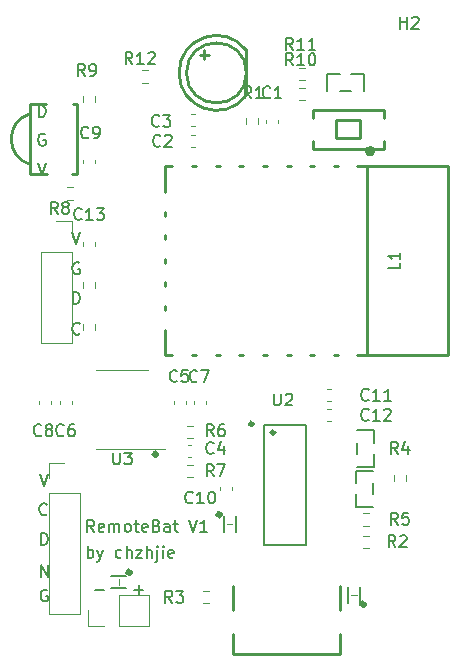
<source format=gbr>
%TF.GenerationSoftware,KiCad,Pcbnew,(6.0.0)*%
%TF.CreationDate,2022-08-07T09:38:38+08:00*%
%TF.ProjectId,ESP_Remote_Bat,4553505f-5265-46d6-9f74-655f4261742e,rev?*%
%TF.SameCoordinates,Original*%
%TF.FileFunction,Legend,Top*%
%TF.FilePolarity,Positive*%
%FSLAX46Y46*%
G04 Gerber Fmt 4.6, Leading zero omitted, Abs format (unit mm)*
G04 Created by KiCad (PCBNEW (6.0.0)) date 2022-08-07 09:38:38*
%MOMM*%
%LPD*%
G01*
G04 APERTURE LIST*
%ADD10C,0.150000*%
%ADD11C,0.400000*%
%ADD12C,0.120000*%
%ADD13C,0.250000*%
%ADD14C,0.130000*%
%ADD15C,0.100000*%
%ADD16C,0.500000*%
%ADD17C,0.300000*%
G04 APERTURE END LIST*
D10*
X116780952Y-111052380D02*
X116780952Y-110052380D01*
X116780952Y-110433333D02*
X116876190Y-110385714D01*
X117066666Y-110385714D01*
X117161904Y-110433333D01*
X117209523Y-110480952D01*
X117257142Y-110576190D01*
X117257142Y-110861904D01*
X117209523Y-110957142D01*
X117161904Y-111004761D01*
X117066666Y-111052380D01*
X116876190Y-111052380D01*
X116780952Y-111004761D01*
X117590476Y-110385714D02*
X117828571Y-111052380D01*
X118066666Y-110385714D02*
X117828571Y-111052380D01*
X117733333Y-111290476D01*
X117685714Y-111338095D01*
X117590476Y-111385714D01*
X119638095Y-111004761D02*
X119542857Y-111052380D01*
X119352380Y-111052380D01*
X119257142Y-111004761D01*
X119209523Y-110957142D01*
X119161904Y-110861904D01*
X119161904Y-110576190D01*
X119209523Y-110480952D01*
X119257142Y-110433333D01*
X119352380Y-110385714D01*
X119542857Y-110385714D01*
X119638095Y-110433333D01*
X120066666Y-111052380D02*
X120066666Y-110052380D01*
X120495238Y-111052380D02*
X120495238Y-110528571D01*
X120447619Y-110433333D01*
X120352380Y-110385714D01*
X120209523Y-110385714D01*
X120114285Y-110433333D01*
X120066666Y-110480952D01*
X120876190Y-110385714D02*
X121400000Y-110385714D01*
X120876190Y-111052380D01*
X121400000Y-111052380D01*
X121780952Y-111052380D02*
X121780952Y-110052380D01*
X122209523Y-111052380D02*
X122209523Y-110528571D01*
X122161904Y-110433333D01*
X122066666Y-110385714D01*
X121923809Y-110385714D01*
X121828571Y-110433333D01*
X121780952Y-110480952D01*
X122685714Y-110385714D02*
X122685714Y-111242857D01*
X122638095Y-111338095D01*
X122542857Y-111385714D01*
X122495238Y-111385714D01*
X122685714Y-110052380D02*
X122638095Y-110100000D01*
X122685714Y-110147619D01*
X122733333Y-110100000D01*
X122685714Y-110052380D01*
X122685714Y-110147619D01*
X123161904Y-111052380D02*
X123161904Y-110385714D01*
X123161904Y-110052380D02*
X123114285Y-110100000D01*
X123161904Y-110147619D01*
X123209523Y-110100000D01*
X123161904Y-110052380D01*
X123161904Y-110147619D01*
X124019047Y-111004761D02*
X123923809Y-111052380D01*
X123733333Y-111052380D01*
X123638095Y-111004761D01*
X123590476Y-110909523D01*
X123590476Y-110528571D01*
X123638095Y-110433333D01*
X123733333Y-110385714D01*
X123923809Y-110385714D01*
X124019047Y-110433333D01*
X124066666Y-110528571D01*
X124066666Y-110623809D01*
X123590476Y-110719047D01*
X117323809Y-108852380D02*
X116990476Y-108376190D01*
X116752380Y-108852380D02*
X116752380Y-107852380D01*
X117133333Y-107852380D01*
X117228571Y-107900000D01*
X117276190Y-107947619D01*
X117323809Y-108042857D01*
X117323809Y-108185714D01*
X117276190Y-108280952D01*
X117228571Y-108328571D01*
X117133333Y-108376190D01*
X116752380Y-108376190D01*
X118133333Y-108804761D02*
X118038095Y-108852380D01*
X117847619Y-108852380D01*
X117752380Y-108804761D01*
X117704761Y-108709523D01*
X117704761Y-108328571D01*
X117752380Y-108233333D01*
X117847619Y-108185714D01*
X118038095Y-108185714D01*
X118133333Y-108233333D01*
X118180952Y-108328571D01*
X118180952Y-108423809D01*
X117704761Y-108519047D01*
X118609523Y-108852380D02*
X118609523Y-108185714D01*
X118609523Y-108280952D02*
X118657142Y-108233333D01*
X118752380Y-108185714D01*
X118895238Y-108185714D01*
X118990476Y-108233333D01*
X119038095Y-108328571D01*
X119038095Y-108852380D01*
X119038095Y-108328571D02*
X119085714Y-108233333D01*
X119180952Y-108185714D01*
X119323809Y-108185714D01*
X119419047Y-108233333D01*
X119466666Y-108328571D01*
X119466666Y-108852380D01*
X120085714Y-108852380D02*
X119990476Y-108804761D01*
X119942857Y-108757142D01*
X119895238Y-108661904D01*
X119895238Y-108376190D01*
X119942857Y-108280952D01*
X119990476Y-108233333D01*
X120085714Y-108185714D01*
X120228571Y-108185714D01*
X120323809Y-108233333D01*
X120371428Y-108280952D01*
X120419047Y-108376190D01*
X120419047Y-108661904D01*
X120371428Y-108757142D01*
X120323809Y-108804761D01*
X120228571Y-108852380D01*
X120085714Y-108852380D01*
X120704761Y-108185714D02*
X121085714Y-108185714D01*
X120847619Y-107852380D02*
X120847619Y-108709523D01*
X120895238Y-108804761D01*
X120990476Y-108852380D01*
X121085714Y-108852380D01*
X121800000Y-108804761D02*
X121704761Y-108852380D01*
X121514285Y-108852380D01*
X121419047Y-108804761D01*
X121371428Y-108709523D01*
X121371428Y-108328571D01*
X121419047Y-108233333D01*
X121514285Y-108185714D01*
X121704761Y-108185714D01*
X121800000Y-108233333D01*
X121847619Y-108328571D01*
X121847619Y-108423809D01*
X121371428Y-108519047D01*
X122609523Y-108328571D02*
X122752380Y-108376190D01*
X122800000Y-108423809D01*
X122847619Y-108519047D01*
X122847619Y-108661904D01*
X122800000Y-108757142D01*
X122752380Y-108804761D01*
X122657142Y-108852380D01*
X122276190Y-108852380D01*
X122276190Y-107852380D01*
X122609523Y-107852380D01*
X122704761Y-107900000D01*
X122752380Y-107947619D01*
X122800000Y-108042857D01*
X122800000Y-108138095D01*
X122752380Y-108233333D01*
X122704761Y-108280952D01*
X122609523Y-108328571D01*
X122276190Y-108328571D01*
X123704761Y-108852380D02*
X123704761Y-108328571D01*
X123657142Y-108233333D01*
X123561904Y-108185714D01*
X123371428Y-108185714D01*
X123276190Y-108233333D01*
X123704761Y-108804761D02*
X123609523Y-108852380D01*
X123371428Y-108852380D01*
X123276190Y-108804761D01*
X123228571Y-108709523D01*
X123228571Y-108614285D01*
X123276190Y-108519047D01*
X123371428Y-108471428D01*
X123609523Y-108471428D01*
X123704761Y-108423809D01*
X124038095Y-108185714D02*
X124419047Y-108185714D01*
X124180952Y-107852380D02*
X124180952Y-108709523D01*
X124228571Y-108804761D01*
X124323809Y-108852380D01*
X124419047Y-108852380D01*
X125371428Y-107852380D02*
X125704761Y-108852380D01*
X126038095Y-107852380D01*
X126895238Y-108852380D02*
X126323809Y-108852380D01*
X126609523Y-108852380D02*
X126609523Y-107852380D01*
X126514285Y-107995238D01*
X126419047Y-108090476D01*
X126323809Y-108138095D01*
D11*
X140241421Y-115000000D02*
G75*
G03*
X140241421Y-115000000I-141421J0D01*
G01*
X120400000Y-112300000D02*
G75*
G03*
X120400000Y-112300000I-141421J0D01*
G01*
X128041421Y-107400000D02*
G75*
G03*
X128041421Y-107400000I-141421J0D01*
G01*
X122641421Y-102300000D02*
G75*
G03*
X122641421Y-102300000I-141421J0D01*
G01*
D10*
X112638095Y-73752380D02*
X112638095Y-72752380D01*
X112876190Y-72752380D01*
X113019047Y-72800000D01*
X113114285Y-72895238D01*
X113161904Y-72990476D01*
X113209523Y-73180952D01*
X113209523Y-73323809D01*
X113161904Y-73514285D01*
X113114285Y-73609523D01*
X113019047Y-73704761D01*
X112876190Y-73752380D01*
X112638095Y-73752380D01*
X113161904Y-75200000D02*
X113066666Y-75152380D01*
X112923809Y-75152380D01*
X112780952Y-75200000D01*
X112685714Y-75295238D01*
X112638095Y-75390476D01*
X112590476Y-75580952D01*
X112590476Y-75723809D01*
X112638095Y-75914285D01*
X112685714Y-76009523D01*
X112780952Y-76104761D01*
X112923809Y-76152380D01*
X113019047Y-76152380D01*
X113161904Y-76104761D01*
X113209523Y-76057142D01*
X113209523Y-75723809D01*
X113019047Y-75723809D01*
X112566666Y-77652380D02*
X112900000Y-78652380D01*
X113233333Y-77652380D01*
X116061904Y-86100000D02*
X115966666Y-86052380D01*
X115823809Y-86052380D01*
X115680952Y-86100000D01*
X115585714Y-86195238D01*
X115538095Y-86290476D01*
X115490476Y-86480952D01*
X115490476Y-86623809D01*
X115538095Y-86814285D01*
X115585714Y-86909523D01*
X115680952Y-87004761D01*
X115823809Y-87052380D01*
X115919047Y-87052380D01*
X116061904Y-87004761D01*
X116109523Y-86957142D01*
X116109523Y-86623809D01*
X115919047Y-86623809D01*
X116109523Y-92057142D02*
X116061904Y-92104761D01*
X115919047Y-92152380D01*
X115823809Y-92152380D01*
X115680952Y-92104761D01*
X115585714Y-92009523D01*
X115538095Y-91914285D01*
X115490476Y-91723809D01*
X115490476Y-91580952D01*
X115538095Y-91390476D01*
X115585714Y-91295238D01*
X115680952Y-91200000D01*
X115823809Y-91152380D01*
X115919047Y-91152380D01*
X116061904Y-91200000D01*
X116109523Y-91247619D01*
X115538095Y-89552380D02*
X115538095Y-88552380D01*
X115776190Y-88552380D01*
X115919047Y-88600000D01*
X116014285Y-88695238D01*
X116061904Y-88790476D01*
X116109523Y-88980952D01*
X116109523Y-89123809D01*
X116061904Y-89314285D01*
X116014285Y-89409523D01*
X115919047Y-89504761D01*
X115776190Y-89552380D01*
X115538095Y-89552380D01*
X115466666Y-83452380D02*
X115800000Y-84452380D01*
X116133333Y-83452380D01*
X117419047Y-113771428D02*
X118180952Y-113771428D01*
X120719047Y-113771428D02*
X121480952Y-113771428D01*
X121100000Y-114152380D02*
X121100000Y-113390476D01*
X113361904Y-113800000D02*
X113266666Y-113752380D01*
X113123809Y-113752380D01*
X112980952Y-113800000D01*
X112885714Y-113895238D01*
X112838095Y-113990476D01*
X112790476Y-114180952D01*
X112790476Y-114323809D01*
X112838095Y-114514285D01*
X112885714Y-114609523D01*
X112980952Y-114704761D01*
X113123809Y-114752380D01*
X113219047Y-114752380D01*
X113361904Y-114704761D01*
X113409523Y-114657142D01*
X113409523Y-114323809D01*
X113219047Y-114323809D01*
X112814285Y-112652380D02*
X112814285Y-111652380D01*
X113385714Y-112652380D01*
X113385714Y-111652380D01*
X112838095Y-109952380D02*
X112838095Y-108952380D01*
X113076190Y-108952380D01*
X113219047Y-109000000D01*
X113314285Y-109095238D01*
X113361904Y-109190476D01*
X113409523Y-109380952D01*
X113409523Y-109523809D01*
X113361904Y-109714285D01*
X113314285Y-109809523D01*
X113219047Y-109904761D01*
X113076190Y-109952380D01*
X112838095Y-109952380D01*
X113309523Y-107357142D02*
X113261904Y-107404761D01*
X113119047Y-107452380D01*
X113023809Y-107452380D01*
X112880952Y-107404761D01*
X112785714Y-107309523D01*
X112738095Y-107214285D01*
X112690476Y-107023809D01*
X112690476Y-106880952D01*
X112738095Y-106690476D01*
X112785714Y-106595238D01*
X112880952Y-106500000D01*
X113023809Y-106452380D01*
X113119047Y-106452380D01*
X113261904Y-106500000D01*
X113309523Y-106547619D01*
X112766666Y-103952380D02*
X113100000Y-104952380D01*
X113433333Y-103952380D01*
%TO.C,C5*%
X124333333Y-96057142D02*
X124285714Y-96104761D01*
X124142857Y-96152380D01*
X124047619Y-96152380D01*
X123904761Y-96104761D01*
X123809523Y-96009523D01*
X123761904Y-95914285D01*
X123714285Y-95723809D01*
X123714285Y-95580952D01*
X123761904Y-95390476D01*
X123809523Y-95295238D01*
X123904761Y-95200000D01*
X124047619Y-95152380D01*
X124142857Y-95152380D01*
X124285714Y-95200000D01*
X124333333Y-95247619D01*
X125238095Y-95152380D02*
X124761904Y-95152380D01*
X124714285Y-95628571D01*
X124761904Y-95580952D01*
X124857142Y-95533333D01*
X125095238Y-95533333D01*
X125190476Y-95580952D01*
X125238095Y-95628571D01*
X125285714Y-95723809D01*
X125285714Y-95961904D01*
X125238095Y-96057142D01*
X125190476Y-96104761D01*
X125095238Y-96152380D01*
X124857142Y-96152380D01*
X124761904Y-96104761D01*
X124714285Y-96057142D01*
%TO.C,H2*%
X143238095Y-66252380D02*
X143238095Y-65252380D01*
X143238095Y-65728571D02*
X143809523Y-65728571D01*
X143809523Y-66252380D02*
X143809523Y-65252380D01*
X144238095Y-65347619D02*
X144285714Y-65300000D01*
X144380952Y-65252380D01*
X144619047Y-65252380D01*
X144714285Y-65300000D01*
X144761904Y-65347619D01*
X144809523Y-65442857D01*
X144809523Y-65538095D01*
X144761904Y-65680952D01*
X144190476Y-66252380D01*
X144809523Y-66252380D01*
%TO.C,C13*%
X116257142Y-82357142D02*
X116209523Y-82404761D01*
X116066666Y-82452380D01*
X115971428Y-82452380D01*
X115828571Y-82404761D01*
X115733333Y-82309523D01*
X115685714Y-82214285D01*
X115638095Y-82023809D01*
X115638095Y-81880952D01*
X115685714Y-81690476D01*
X115733333Y-81595238D01*
X115828571Y-81500000D01*
X115971428Y-81452380D01*
X116066666Y-81452380D01*
X116209523Y-81500000D01*
X116257142Y-81547619D01*
X117209523Y-82452380D02*
X116638095Y-82452380D01*
X116923809Y-82452380D02*
X116923809Y-81452380D01*
X116828571Y-81595238D01*
X116733333Y-81690476D01*
X116638095Y-81738095D01*
X117542857Y-81452380D02*
X118161904Y-81452380D01*
X117828571Y-81833333D01*
X117971428Y-81833333D01*
X118066666Y-81880952D01*
X118114285Y-81928571D01*
X118161904Y-82023809D01*
X118161904Y-82261904D01*
X118114285Y-82357142D01*
X118066666Y-82404761D01*
X117971428Y-82452380D01*
X117685714Y-82452380D01*
X117590476Y-82404761D01*
X117542857Y-82357142D01*
%TO.C,C12*%
X140557142Y-99357142D02*
X140509523Y-99404761D01*
X140366666Y-99452380D01*
X140271428Y-99452380D01*
X140128571Y-99404761D01*
X140033333Y-99309523D01*
X139985714Y-99214285D01*
X139938095Y-99023809D01*
X139938095Y-98880952D01*
X139985714Y-98690476D01*
X140033333Y-98595238D01*
X140128571Y-98500000D01*
X140271428Y-98452380D01*
X140366666Y-98452380D01*
X140509523Y-98500000D01*
X140557142Y-98547619D01*
X141509523Y-99452380D02*
X140938095Y-99452380D01*
X141223809Y-99452380D02*
X141223809Y-98452380D01*
X141128571Y-98595238D01*
X141033333Y-98690476D01*
X140938095Y-98738095D01*
X141890476Y-98547619D02*
X141938095Y-98500000D01*
X142033333Y-98452380D01*
X142271428Y-98452380D01*
X142366666Y-98500000D01*
X142414285Y-98547619D01*
X142461904Y-98642857D01*
X142461904Y-98738095D01*
X142414285Y-98880952D01*
X141842857Y-99452380D01*
X142461904Y-99452380D01*
%TO.C,C11*%
X140557142Y-97657142D02*
X140509523Y-97704761D01*
X140366666Y-97752380D01*
X140271428Y-97752380D01*
X140128571Y-97704761D01*
X140033333Y-97609523D01*
X139985714Y-97514285D01*
X139938095Y-97323809D01*
X139938095Y-97180952D01*
X139985714Y-96990476D01*
X140033333Y-96895238D01*
X140128571Y-96800000D01*
X140271428Y-96752380D01*
X140366666Y-96752380D01*
X140509523Y-96800000D01*
X140557142Y-96847619D01*
X141509523Y-97752380D02*
X140938095Y-97752380D01*
X141223809Y-97752380D02*
X141223809Y-96752380D01*
X141128571Y-96895238D01*
X141033333Y-96990476D01*
X140938095Y-97038095D01*
X142461904Y-97752380D02*
X141890476Y-97752380D01*
X142176190Y-97752380D02*
X142176190Y-96752380D01*
X142080952Y-96895238D01*
X141985714Y-96990476D01*
X141890476Y-97038095D01*
%TO.C,C10*%
X125657142Y-106357142D02*
X125609523Y-106404761D01*
X125466666Y-106452380D01*
X125371428Y-106452380D01*
X125228571Y-106404761D01*
X125133333Y-106309523D01*
X125085714Y-106214285D01*
X125038095Y-106023809D01*
X125038095Y-105880952D01*
X125085714Y-105690476D01*
X125133333Y-105595238D01*
X125228571Y-105500000D01*
X125371428Y-105452380D01*
X125466666Y-105452380D01*
X125609523Y-105500000D01*
X125657142Y-105547619D01*
X126609523Y-106452380D02*
X126038095Y-106452380D01*
X126323809Y-106452380D02*
X126323809Y-105452380D01*
X126228571Y-105595238D01*
X126133333Y-105690476D01*
X126038095Y-105738095D01*
X127228571Y-105452380D02*
X127323809Y-105452380D01*
X127419047Y-105500000D01*
X127466666Y-105547619D01*
X127514285Y-105642857D01*
X127561904Y-105833333D01*
X127561904Y-106071428D01*
X127514285Y-106261904D01*
X127466666Y-106357142D01*
X127419047Y-106404761D01*
X127323809Y-106452380D01*
X127228571Y-106452380D01*
X127133333Y-106404761D01*
X127085714Y-106357142D01*
X127038095Y-106261904D01*
X126990476Y-106071428D01*
X126990476Y-105833333D01*
X127038095Y-105642857D01*
X127085714Y-105547619D01*
X127133333Y-105500000D01*
X127228571Y-105452380D01*
%TO.C,R10*%
X134157142Y-69352380D02*
X133823809Y-68876190D01*
X133585714Y-69352380D02*
X133585714Y-68352380D01*
X133966666Y-68352380D01*
X134061904Y-68400000D01*
X134109523Y-68447619D01*
X134157142Y-68542857D01*
X134157142Y-68685714D01*
X134109523Y-68780952D01*
X134061904Y-68828571D01*
X133966666Y-68876190D01*
X133585714Y-68876190D01*
X135109523Y-69352380D02*
X134538095Y-69352380D01*
X134823809Y-69352380D02*
X134823809Y-68352380D01*
X134728571Y-68495238D01*
X134633333Y-68590476D01*
X134538095Y-68638095D01*
X135728571Y-68352380D02*
X135823809Y-68352380D01*
X135919047Y-68400000D01*
X135966666Y-68447619D01*
X136014285Y-68542857D01*
X136061904Y-68733333D01*
X136061904Y-68971428D01*
X136014285Y-69161904D01*
X135966666Y-69257142D01*
X135919047Y-69304761D01*
X135823809Y-69352380D01*
X135728571Y-69352380D01*
X135633333Y-69304761D01*
X135585714Y-69257142D01*
X135538095Y-69161904D01*
X135490476Y-68971428D01*
X135490476Y-68733333D01*
X135538095Y-68542857D01*
X135585714Y-68447619D01*
X135633333Y-68400000D01*
X135728571Y-68352380D01*
%TO.C,C8*%
X112833333Y-100657142D02*
X112785714Y-100704761D01*
X112642857Y-100752380D01*
X112547619Y-100752380D01*
X112404761Y-100704761D01*
X112309523Y-100609523D01*
X112261904Y-100514285D01*
X112214285Y-100323809D01*
X112214285Y-100180952D01*
X112261904Y-99990476D01*
X112309523Y-99895238D01*
X112404761Y-99800000D01*
X112547619Y-99752380D01*
X112642857Y-99752380D01*
X112785714Y-99800000D01*
X112833333Y-99847619D01*
X113404761Y-100180952D02*
X113309523Y-100133333D01*
X113261904Y-100085714D01*
X113214285Y-99990476D01*
X113214285Y-99942857D01*
X113261904Y-99847619D01*
X113309523Y-99800000D01*
X113404761Y-99752380D01*
X113595238Y-99752380D01*
X113690476Y-99800000D01*
X113738095Y-99847619D01*
X113785714Y-99942857D01*
X113785714Y-99990476D01*
X113738095Y-100085714D01*
X113690476Y-100133333D01*
X113595238Y-100180952D01*
X113404761Y-100180952D01*
X113309523Y-100228571D01*
X113261904Y-100276190D01*
X113214285Y-100371428D01*
X113214285Y-100561904D01*
X113261904Y-100657142D01*
X113309523Y-100704761D01*
X113404761Y-100752380D01*
X113595238Y-100752380D01*
X113690476Y-100704761D01*
X113738095Y-100657142D01*
X113785714Y-100561904D01*
X113785714Y-100371428D01*
X113738095Y-100276190D01*
X113690476Y-100228571D01*
X113595238Y-100180952D01*
%TO.C,C4*%
X127433333Y-102157142D02*
X127385714Y-102204761D01*
X127242857Y-102252380D01*
X127147619Y-102252380D01*
X127004761Y-102204761D01*
X126909523Y-102109523D01*
X126861904Y-102014285D01*
X126814285Y-101823809D01*
X126814285Y-101680952D01*
X126861904Y-101490476D01*
X126909523Y-101395238D01*
X127004761Y-101300000D01*
X127147619Y-101252380D01*
X127242857Y-101252380D01*
X127385714Y-101300000D01*
X127433333Y-101347619D01*
X128290476Y-101585714D02*
X128290476Y-102252380D01*
X128052380Y-101204761D02*
X127814285Y-101919047D01*
X128433333Y-101919047D01*
%TO.C,R2*%
X142833333Y-110152380D02*
X142500000Y-109676190D01*
X142261904Y-110152380D02*
X142261904Y-109152380D01*
X142642857Y-109152380D01*
X142738095Y-109200000D01*
X142785714Y-109247619D01*
X142833333Y-109342857D01*
X142833333Y-109485714D01*
X142785714Y-109580952D01*
X142738095Y-109628571D01*
X142642857Y-109676190D01*
X142261904Y-109676190D01*
X143214285Y-109247619D02*
X143261904Y-109200000D01*
X143357142Y-109152380D01*
X143595238Y-109152380D01*
X143690476Y-109200000D01*
X143738095Y-109247619D01*
X143785714Y-109342857D01*
X143785714Y-109438095D01*
X143738095Y-109580952D01*
X143166666Y-110152380D01*
X143785714Y-110152380D01*
%TO.C,R1*%
X130633333Y-72152380D02*
X130300000Y-71676190D01*
X130061904Y-72152380D02*
X130061904Y-71152380D01*
X130442857Y-71152380D01*
X130538095Y-71200000D01*
X130585714Y-71247619D01*
X130633333Y-71342857D01*
X130633333Y-71485714D01*
X130585714Y-71580952D01*
X130538095Y-71628571D01*
X130442857Y-71676190D01*
X130061904Y-71676190D01*
X131585714Y-72152380D02*
X131014285Y-72152380D01*
X131300000Y-72152380D02*
X131300000Y-71152380D01*
X131204761Y-71295238D01*
X131109523Y-71390476D01*
X131014285Y-71438095D01*
%TO.C,R12*%
X120557142Y-69252380D02*
X120223809Y-68776190D01*
X119985714Y-69252380D02*
X119985714Y-68252380D01*
X120366666Y-68252380D01*
X120461904Y-68300000D01*
X120509523Y-68347619D01*
X120557142Y-68442857D01*
X120557142Y-68585714D01*
X120509523Y-68680952D01*
X120461904Y-68728571D01*
X120366666Y-68776190D01*
X119985714Y-68776190D01*
X121509523Y-69252380D02*
X120938095Y-69252380D01*
X121223809Y-69252380D02*
X121223809Y-68252380D01*
X121128571Y-68395238D01*
X121033333Y-68490476D01*
X120938095Y-68538095D01*
X121890476Y-68347619D02*
X121938095Y-68300000D01*
X122033333Y-68252380D01*
X122271428Y-68252380D01*
X122366666Y-68300000D01*
X122414285Y-68347619D01*
X122461904Y-68442857D01*
X122461904Y-68538095D01*
X122414285Y-68680952D01*
X121842857Y-69252380D01*
X122461904Y-69252380D01*
%TO.C,R5*%
X143033333Y-108252380D02*
X142700000Y-107776190D01*
X142461904Y-108252380D02*
X142461904Y-107252380D01*
X142842857Y-107252380D01*
X142938095Y-107300000D01*
X142985714Y-107347619D01*
X143033333Y-107442857D01*
X143033333Y-107585714D01*
X142985714Y-107680952D01*
X142938095Y-107728571D01*
X142842857Y-107776190D01*
X142461904Y-107776190D01*
X143938095Y-107252380D02*
X143461904Y-107252380D01*
X143414285Y-107728571D01*
X143461904Y-107680952D01*
X143557142Y-107633333D01*
X143795238Y-107633333D01*
X143890476Y-107680952D01*
X143938095Y-107728571D01*
X143985714Y-107823809D01*
X143985714Y-108061904D01*
X143938095Y-108157142D01*
X143890476Y-108204761D01*
X143795238Y-108252380D01*
X143557142Y-108252380D01*
X143461904Y-108204761D01*
X143414285Y-108157142D01*
%TO.C,C9*%
X116833333Y-75457142D02*
X116785714Y-75504761D01*
X116642857Y-75552380D01*
X116547619Y-75552380D01*
X116404761Y-75504761D01*
X116309523Y-75409523D01*
X116261904Y-75314285D01*
X116214285Y-75123809D01*
X116214285Y-74980952D01*
X116261904Y-74790476D01*
X116309523Y-74695238D01*
X116404761Y-74600000D01*
X116547619Y-74552380D01*
X116642857Y-74552380D01*
X116785714Y-74600000D01*
X116833333Y-74647619D01*
X117309523Y-75552380D02*
X117500000Y-75552380D01*
X117595238Y-75504761D01*
X117642857Y-75457142D01*
X117738095Y-75314285D01*
X117785714Y-75123809D01*
X117785714Y-74742857D01*
X117738095Y-74647619D01*
X117690476Y-74600000D01*
X117595238Y-74552380D01*
X117404761Y-74552380D01*
X117309523Y-74600000D01*
X117261904Y-74647619D01*
X117214285Y-74742857D01*
X117214285Y-74980952D01*
X117261904Y-75076190D01*
X117309523Y-75123809D01*
X117404761Y-75171428D01*
X117595238Y-75171428D01*
X117690476Y-75123809D01*
X117738095Y-75076190D01*
X117785714Y-74980952D01*
%TO.C,R6*%
X127433333Y-100752380D02*
X127100000Y-100276190D01*
X126861904Y-100752380D02*
X126861904Y-99752380D01*
X127242857Y-99752380D01*
X127338095Y-99800000D01*
X127385714Y-99847619D01*
X127433333Y-99942857D01*
X127433333Y-100085714D01*
X127385714Y-100180952D01*
X127338095Y-100228571D01*
X127242857Y-100276190D01*
X126861904Y-100276190D01*
X128290476Y-99752380D02*
X128100000Y-99752380D01*
X128004761Y-99800000D01*
X127957142Y-99847619D01*
X127861904Y-99990476D01*
X127814285Y-100180952D01*
X127814285Y-100561904D01*
X127861904Y-100657142D01*
X127909523Y-100704761D01*
X128004761Y-100752380D01*
X128195238Y-100752380D01*
X128290476Y-100704761D01*
X128338095Y-100657142D01*
X128385714Y-100561904D01*
X128385714Y-100323809D01*
X128338095Y-100228571D01*
X128290476Y-100180952D01*
X128195238Y-100133333D01*
X128004761Y-100133333D01*
X127909523Y-100180952D01*
X127861904Y-100228571D01*
X127814285Y-100323809D01*
%TO.C,C2*%
X122933333Y-76157142D02*
X122885714Y-76204761D01*
X122742857Y-76252380D01*
X122647619Y-76252380D01*
X122504761Y-76204761D01*
X122409523Y-76109523D01*
X122361904Y-76014285D01*
X122314285Y-75823809D01*
X122314285Y-75680952D01*
X122361904Y-75490476D01*
X122409523Y-75395238D01*
X122504761Y-75300000D01*
X122647619Y-75252380D01*
X122742857Y-75252380D01*
X122885714Y-75300000D01*
X122933333Y-75347619D01*
X123314285Y-75347619D02*
X123361904Y-75300000D01*
X123457142Y-75252380D01*
X123695238Y-75252380D01*
X123790476Y-75300000D01*
X123838095Y-75347619D01*
X123885714Y-75442857D01*
X123885714Y-75538095D01*
X123838095Y-75680952D01*
X123266666Y-76252380D01*
X123885714Y-76252380D01*
%TO.C,R11*%
X134157142Y-68052380D02*
X133823809Y-67576190D01*
X133585714Y-68052380D02*
X133585714Y-67052380D01*
X133966666Y-67052380D01*
X134061904Y-67100000D01*
X134109523Y-67147619D01*
X134157142Y-67242857D01*
X134157142Y-67385714D01*
X134109523Y-67480952D01*
X134061904Y-67528571D01*
X133966666Y-67576190D01*
X133585714Y-67576190D01*
X135109523Y-68052380D02*
X134538095Y-68052380D01*
X134823809Y-68052380D02*
X134823809Y-67052380D01*
X134728571Y-67195238D01*
X134633333Y-67290476D01*
X134538095Y-67338095D01*
X136061904Y-68052380D02*
X135490476Y-68052380D01*
X135776190Y-68052380D02*
X135776190Y-67052380D01*
X135680952Y-67195238D01*
X135585714Y-67290476D01*
X135490476Y-67338095D01*
%TO.C,R7*%
X127433333Y-104152380D02*
X127100000Y-103676190D01*
X126861904Y-104152380D02*
X126861904Y-103152380D01*
X127242857Y-103152380D01*
X127338095Y-103200000D01*
X127385714Y-103247619D01*
X127433333Y-103342857D01*
X127433333Y-103485714D01*
X127385714Y-103580952D01*
X127338095Y-103628571D01*
X127242857Y-103676190D01*
X126861904Y-103676190D01*
X127766666Y-103152380D02*
X128433333Y-103152380D01*
X128004761Y-104152380D01*
%TO.C,U3*%
X118938095Y-102152380D02*
X118938095Y-102961904D01*
X118985714Y-103057142D01*
X119033333Y-103104761D01*
X119128571Y-103152380D01*
X119319047Y-103152380D01*
X119414285Y-103104761D01*
X119461904Y-103057142D01*
X119509523Y-102961904D01*
X119509523Y-102152380D01*
X119890476Y-102152380D02*
X120509523Y-102152380D01*
X120176190Y-102533333D01*
X120319047Y-102533333D01*
X120414285Y-102580952D01*
X120461904Y-102628571D01*
X120509523Y-102723809D01*
X120509523Y-102961904D01*
X120461904Y-103057142D01*
X120414285Y-103104761D01*
X120319047Y-103152380D01*
X120033333Y-103152380D01*
X119938095Y-103104761D01*
X119890476Y-103057142D01*
%TO.C,C7*%
X126033333Y-96087142D02*
X125985714Y-96134761D01*
X125842857Y-96182380D01*
X125747619Y-96182380D01*
X125604761Y-96134761D01*
X125509523Y-96039523D01*
X125461904Y-95944285D01*
X125414285Y-95753809D01*
X125414285Y-95610952D01*
X125461904Y-95420476D01*
X125509523Y-95325238D01*
X125604761Y-95230000D01*
X125747619Y-95182380D01*
X125842857Y-95182380D01*
X125985714Y-95230000D01*
X126033333Y-95277619D01*
X126366666Y-95182380D02*
X127033333Y-95182380D01*
X126604761Y-96182380D01*
%TO.C,R8*%
X114233333Y-81952380D02*
X113900000Y-81476190D01*
X113661904Y-81952380D02*
X113661904Y-80952380D01*
X114042857Y-80952380D01*
X114138095Y-81000000D01*
X114185714Y-81047619D01*
X114233333Y-81142857D01*
X114233333Y-81285714D01*
X114185714Y-81380952D01*
X114138095Y-81428571D01*
X114042857Y-81476190D01*
X113661904Y-81476190D01*
X114804761Y-81380952D02*
X114709523Y-81333333D01*
X114661904Y-81285714D01*
X114614285Y-81190476D01*
X114614285Y-81142857D01*
X114661904Y-81047619D01*
X114709523Y-81000000D01*
X114804761Y-80952380D01*
X114995238Y-80952380D01*
X115090476Y-81000000D01*
X115138095Y-81047619D01*
X115185714Y-81142857D01*
X115185714Y-81190476D01*
X115138095Y-81285714D01*
X115090476Y-81333333D01*
X114995238Y-81380952D01*
X114804761Y-81380952D01*
X114709523Y-81428571D01*
X114661904Y-81476190D01*
X114614285Y-81571428D01*
X114614285Y-81761904D01*
X114661904Y-81857142D01*
X114709523Y-81904761D01*
X114804761Y-81952380D01*
X114995238Y-81952380D01*
X115090476Y-81904761D01*
X115138095Y-81857142D01*
X115185714Y-81761904D01*
X115185714Y-81571428D01*
X115138095Y-81476190D01*
X115090476Y-81428571D01*
X114995238Y-81380952D01*
%TO.C,C1*%
X132233333Y-72057142D02*
X132185714Y-72104761D01*
X132042857Y-72152380D01*
X131947619Y-72152380D01*
X131804761Y-72104761D01*
X131709523Y-72009523D01*
X131661904Y-71914285D01*
X131614285Y-71723809D01*
X131614285Y-71580952D01*
X131661904Y-71390476D01*
X131709523Y-71295238D01*
X131804761Y-71200000D01*
X131947619Y-71152380D01*
X132042857Y-71152380D01*
X132185714Y-71200000D01*
X132233333Y-71247619D01*
X133185714Y-72152380D02*
X132614285Y-72152380D01*
X132900000Y-72152380D02*
X132900000Y-71152380D01*
X132804761Y-71295238D01*
X132709523Y-71390476D01*
X132614285Y-71438095D01*
%TO.C,R3*%
X123933333Y-114852380D02*
X123600000Y-114376190D01*
X123361904Y-114852380D02*
X123361904Y-113852380D01*
X123742857Y-113852380D01*
X123838095Y-113900000D01*
X123885714Y-113947619D01*
X123933333Y-114042857D01*
X123933333Y-114185714D01*
X123885714Y-114280952D01*
X123838095Y-114328571D01*
X123742857Y-114376190D01*
X123361904Y-114376190D01*
X124266666Y-113852380D02*
X124885714Y-113852380D01*
X124552380Y-114233333D01*
X124695238Y-114233333D01*
X124790476Y-114280952D01*
X124838095Y-114328571D01*
X124885714Y-114423809D01*
X124885714Y-114661904D01*
X124838095Y-114757142D01*
X124790476Y-114804761D01*
X124695238Y-114852380D01*
X124409523Y-114852380D01*
X124314285Y-114804761D01*
X124266666Y-114757142D01*
%TO.C,R9*%
X116533333Y-70252380D02*
X116200000Y-69776190D01*
X115961904Y-70252380D02*
X115961904Y-69252380D01*
X116342857Y-69252380D01*
X116438095Y-69300000D01*
X116485714Y-69347619D01*
X116533333Y-69442857D01*
X116533333Y-69585714D01*
X116485714Y-69680952D01*
X116438095Y-69728571D01*
X116342857Y-69776190D01*
X115961904Y-69776190D01*
X117009523Y-70252380D02*
X117200000Y-70252380D01*
X117295238Y-70204761D01*
X117342857Y-70157142D01*
X117438095Y-70014285D01*
X117485714Y-69823809D01*
X117485714Y-69442857D01*
X117438095Y-69347619D01*
X117390476Y-69300000D01*
X117295238Y-69252380D01*
X117104761Y-69252380D01*
X117009523Y-69300000D01*
X116961904Y-69347619D01*
X116914285Y-69442857D01*
X116914285Y-69680952D01*
X116961904Y-69776190D01*
X117009523Y-69823809D01*
X117104761Y-69871428D01*
X117295238Y-69871428D01*
X117390476Y-69823809D01*
X117438095Y-69776190D01*
X117485714Y-69680952D01*
%TO.C,C6*%
X114733333Y-100657142D02*
X114685714Y-100704761D01*
X114542857Y-100752380D01*
X114447619Y-100752380D01*
X114304761Y-100704761D01*
X114209523Y-100609523D01*
X114161904Y-100514285D01*
X114114285Y-100323809D01*
X114114285Y-100180952D01*
X114161904Y-99990476D01*
X114209523Y-99895238D01*
X114304761Y-99800000D01*
X114447619Y-99752380D01*
X114542857Y-99752380D01*
X114685714Y-99800000D01*
X114733333Y-99847619D01*
X115590476Y-99752380D02*
X115400000Y-99752380D01*
X115304761Y-99800000D01*
X115257142Y-99847619D01*
X115161904Y-99990476D01*
X115114285Y-100180952D01*
X115114285Y-100561904D01*
X115161904Y-100657142D01*
X115209523Y-100704761D01*
X115304761Y-100752380D01*
X115495238Y-100752380D01*
X115590476Y-100704761D01*
X115638095Y-100657142D01*
X115685714Y-100561904D01*
X115685714Y-100323809D01*
X115638095Y-100228571D01*
X115590476Y-100180952D01*
X115495238Y-100133333D01*
X115304761Y-100133333D01*
X115209523Y-100180952D01*
X115161904Y-100228571D01*
X115114285Y-100323809D01*
%TO.C,L1*%
X143234880Y-86076666D02*
X143234880Y-86552857D01*
X142234880Y-86552857D01*
X143234880Y-85219523D02*
X143234880Y-85790952D01*
X143234880Y-85505238D02*
X142234880Y-85505238D01*
X142377738Y-85600476D01*
X142472976Y-85695714D01*
X142520595Y-85790952D01*
%TO.C,C3*%
X122833333Y-74457142D02*
X122785714Y-74504761D01*
X122642857Y-74552380D01*
X122547619Y-74552380D01*
X122404761Y-74504761D01*
X122309523Y-74409523D01*
X122261904Y-74314285D01*
X122214285Y-74123809D01*
X122214285Y-73980952D01*
X122261904Y-73790476D01*
X122309523Y-73695238D01*
X122404761Y-73600000D01*
X122547619Y-73552380D01*
X122642857Y-73552380D01*
X122785714Y-73600000D01*
X122833333Y-73647619D01*
X123166666Y-73552380D02*
X123785714Y-73552380D01*
X123452380Y-73933333D01*
X123595238Y-73933333D01*
X123690476Y-73980952D01*
X123738095Y-74028571D01*
X123785714Y-74123809D01*
X123785714Y-74361904D01*
X123738095Y-74457142D01*
X123690476Y-74504761D01*
X123595238Y-74552380D01*
X123309523Y-74552380D01*
X123214285Y-74504761D01*
X123166666Y-74457142D01*
%TO.C,R4*%
X143033333Y-102252380D02*
X142700000Y-101776190D01*
X142461904Y-102252380D02*
X142461904Y-101252380D01*
X142842857Y-101252380D01*
X142938095Y-101300000D01*
X142985714Y-101347619D01*
X143033333Y-101442857D01*
X143033333Y-101585714D01*
X142985714Y-101680952D01*
X142938095Y-101728571D01*
X142842857Y-101776190D01*
X142461904Y-101776190D01*
X143890476Y-101585714D02*
X143890476Y-102252380D01*
X143652380Y-101204761D02*
X143414285Y-101919047D01*
X144033333Y-101919047D01*
%TO.C,U2*%
X132538095Y-97152380D02*
X132538095Y-97961904D01*
X132585714Y-98057142D01*
X132633333Y-98104761D01*
X132728571Y-98152380D01*
X132919047Y-98152380D01*
X133014285Y-98104761D01*
X133061904Y-98057142D01*
X133109523Y-97961904D01*
X133109523Y-97152380D01*
X133538095Y-97247619D02*
X133585714Y-97200000D01*
X133680952Y-97152380D01*
X133919047Y-97152380D01*
X134014285Y-97200000D01*
X134061904Y-97247619D01*
X134109523Y-97342857D01*
X134109523Y-97438095D01*
X134061904Y-97580952D01*
X133490476Y-98152380D01*
X134109523Y-98152380D01*
D12*
%TO.C,C5*%
X124090000Y-98046267D02*
X124090000Y-97753733D01*
X125110000Y-98046267D02*
X125110000Y-97753733D01*
%TO.C,R14*%
X116377500Y-91754724D02*
X116377500Y-91245276D01*
X117422500Y-91754724D02*
X117422500Y-91245276D01*
%TO.C,R13*%
X117422500Y-87745276D02*
X117422500Y-88254724D01*
X116377500Y-87745276D02*
X116377500Y-88254724D01*
%TO.C,J3*%
X112795000Y-85170000D02*
X115455000Y-85170000D01*
X112795000Y-85170000D02*
X112795000Y-92850000D01*
X112795000Y-92850000D02*
X115455000Y-92850000D01*
X115455000Y-85170000D02*
X115455000Y-92850000D01*
X115455000Y-82570000D02*
X115455000Y-83900000D01*
X114125000Y-82570000D02*
X115455000Y-82570000D01*
%TO.C,C13*%
X117410000Y-84353733D02*
X117410000Y-84646267D01*
X116390000Y-84353733D02*
X116390000Y-84646267D01*
%TO.C,C12*%
X137053733Y-98490000D02*
X137346267Y-98490000D01*
X137053733Y-99510000D02*
X137346267Y-99510000D01*
%TO.C,C11*%
X137053733Y-96790000D02*
X137346267Y-96790000D01*
X137053733Y-97810000D02*
X137346267Y-97810000D01*
%TO.C,C10*%
X129010000Y-105053733D02*
X129010000Y-105346267D01*
X127990000Y-105053733D02*
X127990000Y-105346267D01*
D13*
%TO.C,U1*%
X138100000Y-119162500D02*
X129100000Y-119162500D01*
X138100000Y-119162500D02*
X138100000Y-117472500D01*
X129100000Y-119162500D02*
X129100000Y-117472500D01*
X129100000Y-115452500D02*
X129100000Y-113442500D01*
X138100000Y-115452500D02*
X138100000Y-113442500D01*
D12*
%TO.C,R10*%
X134645276Y-72322500D02*
X135154724Y-72322500D01*
X134645276Y-71277500D02*
X135154724Y-71277500D01*
%TO.C,C8*%
X113710000Y-98046267D02*
X113710000Y-97753733D01*
X112690000Y-98046267D02*
X112690000Y-97753733D01*
%TO.C,C4*%
X125253733Y-101490000D02*
X125546267Y-101490000D01*
X125253733Y-102510000D02*
X125546267Y-102510000D01*
%TO.C,R2*%
X140045276Y-110222500D02*
X140554724Y-110222500D01*
X140045276Y-109177500D02*
X140554724Y-109177500D01*
%TO.C,J1*%
X113470000Y-105595000D02*
X113470000Y-115815000D01*
X113470000Y-104325000D02*
X113470000Y-102995000D01*
X113470000Y-102995000D02*
X114800000Y-102995000D01*
X113470000Y-105595000D02*
X116130000Y-105595000D01*
X116130000Y-105595000D02*
X116130000Y-115815000D01*
X113470000Y-115815000D02*
X116130000Y-115815000D01*
%TO.C,R1*%
X131222500Y-74354724D02*
X131222500Y-73845276D01*
X130177500Y-74354724D02*
X130177500Y-73845276D01*
%TO.C,R12*%
X121854724Y-69777500D02*
X121345276Y-69777500D01*
X121854724Y-70822500D02*
X121345276Y-70822500D01*
%TO.C,R5*%
X140045276Y-107277500D02*
X140554724Y-107277500D01*
X140045276Y-108322500D02*
X140554724Y-108322500D01*
%TO.C,C9*%
X117410000Y-77646267D02*
X117410000Y-77353733D01*
X116390000Y-77646267D02*
X116390000Y-77353733D01*
%TO.C,R6*%
X125145276Y-100922500D02*
X125654724Y-100922500D01*
X125145276Y-99877500D02*
X125654724Y-99877500D01*
D10*
%TO.C,Q3*%
X137070000Y-71530000D02*
X137070000Y-70070000D01*
X140130000Y-71530000D02*
X140130000Y-70070000D01*
X137070000Y-70070000D02*
X138110000Y-70070000D01*
X139060000Y-71530000D02*
X138140000Y-71530000D01*
X140130000Y-70070000D02*
X139090000Y-70070000D01*
D12*
%TO.C,C2*%
X125553733Y-75290000D02*
X125846267Y-75290000D01*
X125553733Y-76310000D02*
X125846267Y-76310000D01*
%TO.C,R11*%
X134645276Y-70622500D02*
X135154724Y-70622500D01*
X134645276Y-69577500D02*
X135154724Y-69577500D01*
%TO.C,R7*%
X125654724Y-104222500D02*
X125145276Y-104222500D01*
X125654724Y-103177500D02*
X125145276Y-103177500D01*
%TO.C,U3*%
X119700000Y-101885000D02*
X123300000Y-101885000D01*
X119700000Y-95115000D02*
X117500000Y-95115000D01*
X119700000Y-101885000D02*
X117500000Y-101885000D01*
X119700000Y-95115000D02*
X121900000Y-95115000D01*
%TO.C,C7*%
X125790000Y-98046267D02*
X125790000Y-97753733D01*
X126810000Y-98046267D02*
X126810000Y-97753733D01*
D13*
%TO.C,IR2*%
X126280000Y-68480000D02*
X127040000Y-68480000D01*
X130220000Y-71900000D02*
X130220000Y-68100000D01*
X126660000Y-68860000D02*
X126660000Y-68100000D01*
X130220000Y-68100000D02*
G75*
G03*
X130218185Y-71902424I-2540000J-1900000D01*
G01*
X130220000Y-70000000D02*
G75*
G03*
X130220000Y-70000000I-2540000J0D01*
G01*
D12*
%TO.C,R8*%
X115045276Y-80722500D02*
X115554724Y-80722500D01*
X115045276Y-79677500D02*
X115554724Y-79677500D01*
%TO.C,C1*%
X132910000Y-74246267D02*
X132910000Y-73953733D01*
X131890000Y-74246267D02*
X131890000Y-73953733D01*
%TO.C,J2*%
X121995000Y-116830000D02*
X121995000Y-114170000D01*
X116795000Y-116830000D02*
X116795000Y-115500000D01*
X119395000Y-114170000D02*
X121995000Y-114170000D01*
X119395000Y-116830000D02*
X119395000Y-114170000D01*
X118125000Y-116830000D02*
X116795000Y-116830000D01*
X119395000Y-116830000D02*
X121995000Y-116830000D01*
%TO.C,R3*%
X127054724Y-114922500D02*
X126545276Y-114922500D01*
X127054724Y-113877500D02*
X126545276Y-113877500D01*
%TO.C,R9*%
X117422500Y-72454724D02*
X117422500Y-71945276D01*
X116377500Y-72454724D02*
X116377500Y-71945276D01*
D10*
%TO.C,Q1*%
X141030000Y-103330000D02*
X141030000Y-102290000D01*
X141030000Y-100270000D02*
X141030000Y-101310000D01*
X139570000Y-102260000D02*
X139570000Y-101340000D01*
X139570000Y-103330000D02*
X141030000Y-103330000D01*
X139570000Y-100270000D02*
X141030000Y-100270000D01*
D13*
%TO.C,IR1*%
X115894511Y-72600000D02*
X115894511Y-78600000D01*
X111894511Y-72600000D02*
X111894511Y-78600000D01*
X111894511Y-72600000D02*
X113244511Y-72600000D01*
X115544511Y-72600000D02*
X115894511Y-72600000D01*
X111894511Y-78600000D02*
X113344511Y-78600000D01*
X115444511Y-78600000D02*
X115894511Y-78600000D01*
X111888530Y-73451845D02*
G75*
G03*
X111894511Y-77750000I665981J-2148155D01*
G01*
D12*
%TO.C,C6*%
X115410000Y-98046267D02*
X115410000Y-97753733D01*
X114390000Y-98046267D02*
X114390000Y-97753733D01*
D14*
%TO.C,D3*%
X129300000Y-107550000D02*
X129300000Y-108850000D01*
X128300000Y-107550000D02*
X128300000Y-108850000D01*
D15*
X129030000Y-108200000D02*
X128550000Y-108200000D01*
D13*
%TO.C,SW1*%
X137820000Y-74020000D02*
X139850000Y-74020000D01*
X139850000Y-75540000D02*
X137820000Y-75540000D01*
X137820000Y-75540000D02*
X137820000Y-74020000D01*
X141840000Y-76430000D02*
X141840000Y-75780000D01*
X135840000Y-73130000D02*
X141840000Y-73130000D01*
X139850000Y-74020000D02*
X139850000Y-75540000D01*
X141840000Y-73820000D02*
X141840000Y-73130000D01*
X135840000Y-75740000D02*
X135840000Y-76430000D01*
X141840000Y-76430000D02*
X135840000Y-76430000D01*
X135840000Y-73130000D02*
X135840000Y-73860000D01*
D10*
%TO.C,Q2*%
X139470000Y-103670000D02*
X139470000Y-104710000D01*
X140930000Y-106730000D02*
X139470000Y-106730000D01*
X139470000Y-106730000D02*
X139470000Y-105690000D01*
X140930000Y-104740000D02*
X140930000Y-105660000D01*
X140930000Y-103670000D02*
X139470000Y-103670000D01*
D14*
%TO.C,D2*%
X138800000Y-114850000D02*
X138800000Y-113550000D01*
X139800000Y-114850000D02*
X139800000Y-113550000D01*
D15*
X139070000Y-114200000D02*
X139550000Y-114200000D01*
D13*
%TO.C,L1*%
X123282500Y-85740000D02*
X123282500Y-86080000D01*
X125952500Y-77910000D02*
X125612500Y-77910000D01*
X140402500Y-77910000D02*
X140402500Y-93910000D01*
X127952500Y-77910000D02*
X127612500Y-77910000D01*
X131612500Y-93910000D02*
X131952500Y-93910000D01*
X125612500Y-93910000D02*
X125952500Y-93910000D01*
X129612500Y-93910000D02*
X129952500Y-93910000D01*
X135612500Y-93910000D02*
X135952500Y-93910000D01*
X123952500Y-77910000D02*
X123282500Y-77910000D01*
X123282500Y-83740000D02*
X123282500Y-84080000D01*
X147282500Y-77910000D02*
X139612500Y-77910000D01*
X131952500Y-77910000D02*
X131612500Y-77910000D01*
X147282500Y-85910000D02*
X147282500Y-93910000D01*
X123282500Y-93910000D02*
X123952500Y-93910000D01*
X123282500Y-87740000D02*
X123282500Y-88080000D01*
X137612500Y-93910000D02*
X137952500Y-93910000D01*
X127612500Y-93910000D02*
X127952500Y-93910000D01*
X137952500Y-77910000D02*
X137612500Y-77910000D01*
X147282500Y-85910000D02*
X147282500Y-77910000D01*
X133952500Y-77910000D02*
X133612500Y-77910000D01*
X123282500Y-77910000D02*
X123282500Y-80080000D01*
X135952500Y-77910000D02*
X135612500Y-77910000D01*
X123282500Y-89740000D02*
X123282500Y-90080000D01*
X123282500Y-81740000D02*
X123282500Y-82080000D01*
X139612500Y-93910000D02*
X147292500Y-93910000D01*
X129952500Y-77910000D02*
X129612500Y-77910000D01*
X123282500Y-91740000D02*
X123282500Y-93910000D01*
X133612500Y-93910000D02*
X133952500Y-93910000D01*
D16*
X140882500Y-76640000D02*
G75*
G03*
X140882500Y-76640000I-200000J0D01*
G01*
D12*
%TO.C,C3*%
X125553733Y-74510000D02*
X125846267Y-74510000D01*
X125553733Y-73490000D02*
X125846267Y-73490000D01*
%TO.C,R4*%
X142677500Y-104554724D02*
X142677500Y-104045276D01*
X143722500Y-104554724D02*
X143722500Y-104045276D01*
D14*
%TO.C,D4*%
X120050000Y-113600000D02*
X118750000Y-113600000D01*
X120050000Y-112600000D02*
X118750000Y-112600000D01*
D15*
X119400000Y-113330000D02*
X119400000Y-112850000D01*
D10*
%TO.C,U2*%
X135270000Y-99820000D02*
X135270000Y-109980000D01*
X135270000Y-109980000D02*
X131730000Y-109980000D01*
X131730000Y-99820000D02*
X135270000Y-99820000D01*
X131730000Y-109980000D02*
X131730000Y-99820000D01*
D17*
X130780000Y-99720000D02*
G75*
G03*
X130780000Y-99720000I-150000J0D01*
G01*
X132630000Y-100450000D02*
G75*
G03*
X132630000Y-100450000I-150000J0D01*
G01*
%TD*%
M02*

</source>
